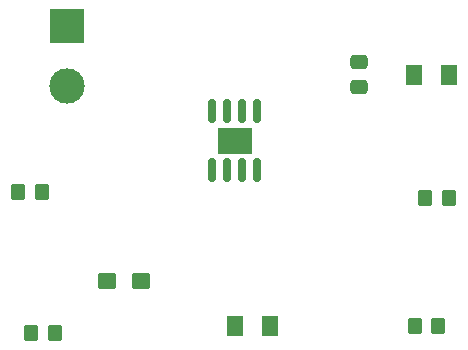
<source format=gbr>
%TF.GenerationSoftware,KiCad,Pcbnew,(6.0.10)*%
%TF.CreationDate,2023-02-17T10:00:27-08:00*%
%TF.ProjectId,exercise2,65786572-6369-4736-9532-2e6b69636164,rev?*%
%TF.SameCoordinates,Original*%
%TF.FileFunction,Soldermask,Top*%
%TF.FilePolarity,Negative*%
%FSLAX46Y46*%
G04 Gerber Fmt 4.6, Leading zero omitted, Abs format (unit mm)*
G04 Created by KiCad (PCBNEW (6.0.10)) date 2023-02-17 10:00:27*
%MOMM*%
%LPD*%
G01*
G04 APERTURE LIST*
G04 Aperture macros list*
%AMRoundRect*
0 Rectangle with rounded corners*
0 $1 Rounding radius*
0 $2 $3 $4 $5 $6 $7 $8 $9 X,Y pos of 4 corners*
0 Add a 4 corners polygon primitive as box body*
4,1,4,$2,$3,$4,$5,$6,$7,$8,$9,$2,$3,0*
0 Add four circle primitives for the rounded corners*
1,1,$1+$1,$2,$3*
1,1,$1+$1,$4,$5*
1,1,$1+$1,$6,$7*
1,1,$1+$1,$8,$9*
0 Add four rect primitives between the rounded corners*
20,1,$1+$1,$2,$3,$4,$5,0*
20,1,$1+$1,$4,$5,$6,$7,0*
20,1,$1+$1,$6,$7,$8,$9,0*
20,1,$1+$1,$8,$9,$2,$3,0*%
G04 Aperture macros list end*
%ADD10RoundRect,0.150000X0.150000X-0.825000X0.150000X0.825000X-0.150000X0.825000X-0.150000X-0.825000X0*%
%ADD11R,3.000000X2.290000*%
%ADD12RoundRect,0.250000X-0.350000X-0.450000X0.350000X-0.450000X0.350000X0.450000X-0.350000X0.450000X0*%
%ADD13RoundRect,0.250000X0.350000X0.450000X-0.350000X0.450000X-0.350000X-0.450000X0.350000X-0.450000X0*%
%ADD14C,3.000000*%
%ADD15R,3.000000X3.000000*%
%ADD16RoundRect,0.250001X-0.462499X-0.624999X0.462499X-0.624999X0.462499X0.624999X-0.462499X0.624999X0*%
%ADD17RoundRect,0.250001X0.462499X0.624999X-0.462499X0.624999X-0.462499X-0.624999X0.462499X-0.624999X0*%
%ADD18RoundRect,0.250000X-0.475000X0.337500X-0.475000X-0.337500X0.475000X-0.337500X0.475000X0.337500X0*%
%ADD19RoundRect,0.250000X-0.537500X-0.425000X0.537500X-0.425000X0.537500X0.425000X-0.537500X0.425000X0*%
G04 APERTURE END LIST*
D10*
%TO.C,U1*%
X134260000Y-78245000D03*
X135530000Y-78245000D03*
X136800000Y-78245000D03*
X138070000Y-78245000D03*
X138070000Y-73295000D03*
X136800000Y-73295000D03*
X135530000Y-73295000D03*
X134260000Y-73295000D03*
D11*
X136165000Y-75770000D03*
%TD*%
D12*
%TO.C,R4*%
X152308256Y-80675000D03*
X154308256Y-80675000D03*
%TD*%
%TO.C,R3*%
X151400000Y-91440000D03*
X153400000Y-91440000D03*
%TD*%
%TO.C,R2*%
X117834128Y-80150000D03*
X119834128Y-80150000D03*
%TD*%
D13*
%TO.C,R1*%
X120907064Y-92100000D03*
X118907064Y-92100000D03*
%TD*%
D14*
%TO.C,J1*%
X121920000Y-71120000D03*
D15*
X121920000Y-66040000D03*
%TD*%
D16*
%TO.C,D2*%
X151312500Y-70240000D03*
X154287500Y-70240000D03*
%TD*%
D17*
%TO.C,D1*%
X139130000Y-91440000D03*
X136155000Y-91440000D03*
%TD*%
D18*
%TO.C,C2*%
X146691252Y-69156240D03*
X146691252Y-71231240D03*
%TD*%
D19*
%TO.C,C1*%
X125377500Y-87635000D03*
X128252500Y-87635000D03*
%TD*%
M02*

</source>
